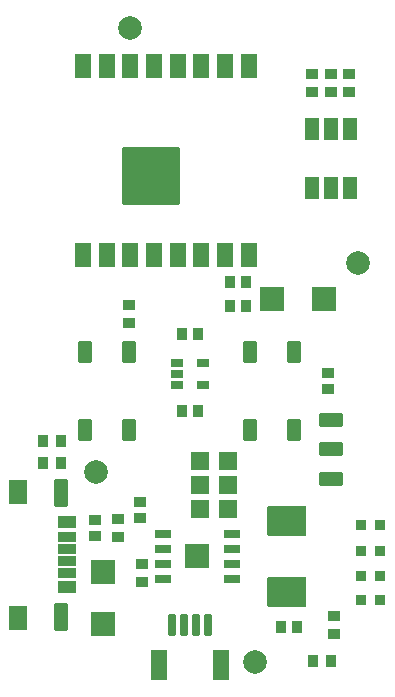
<source format=gts>
G04 Layer: TopSolderMaskLayer*
G04 EasyEDA Pro v2.1.64.d1969c9c.217bcf, 2024-11-09 23:40:01*
G04 Gerber Generator version 0.3*
G04 Scale: 100 percent, Rotated: No, Reflected: No*
G04 Dimensions in millimeters*
G04 Leading zeros omitted, absolute positions, 3 integers and 5 decimals*
%FSLAX35Y35*%
%MOMM*%
%AMRoundRect*1,1,$1,$2,$3*1,1,$1,$4,$5*1,1,$1,0-$2,0-$3*1,1,$1,0-$4,0-$5*20,1,$1,$2,$3,$4,$5,0*20,1,$1,$4,$5,0-$2,0-$3,0*20,1,$1,0-$2,0-$3,0-$4,0-$5,0*20,1,$1,0-$4,0-$5,$2,$3,0*4,1,4,$2,$3,$4,$5,0-$2,0-$3,0-$4,0-$5,$2,$3,0*%
%ADD10RoundRect,0.09138X0.40835X-0.43712X-0.40835X-0.43712*%
%ADD11RoundRect,0.08752X0.50625X0.30625X0.50625X-0.30625*%
%ADD12RoundRect,0.09302X-0.95429X-0.50429X-0.95429X0.50429*%
%ADD13RoundRect,0.08875X0.60642X0.30643X0.60642X-0.30643*%
%ADD14RoundRect,0.09691X-1.00234X-1.00234X-1.00234X1.00234*%
%ADD15RoundRect,0.09138X0.43712X0.40835X0.43712X-0.40835*%
%ADD16RoundRect,0.09131X0.45514X0.40514X0.45514X-0.40514*%
%ADD17RoundRect,0.09138X-0.43712X-0.40835X-0.43712X0.40835*%
%ADD18RoundRect,0.09131X0.40514X-0.45514X-0.40514X-0.45514*%
%ADD19RoundRect,0.09131X-0.40519X-0.40519X-0.40519X0.40519*%
%ADD20RoundRect,0.09763X1.60198X1.20198X1.60198X-1.20198*%
%ADD21C,2.0*%
%ADD22RoundRect,0.09286X-0.60357X1.25357X0.60357X1.25357*%
%ADD23RoundRect,0.08571X-0.25714X0.85714X0.25714X0.85714*%
%ADD24RoundRect,0.09288X0.60357X-1.00357X-0.60357X-1.00357*%
%ADD25RoundRect,0.09288X-0.60357X1.00357X0.60357X1.00357*%
%ADD26RoundRect,0.09802X-2.401X2.401X2.401X2.401*%
%ADD27RoundRect,0.09691X-1.00234X1.00234X1.00234X1.00234*%
%ADD28RoundRect,0.09131X-0.40514X0.45514X0.40514X0.45514*%
%ADD29RoundRect,0.09302X-0.50429X-0.85429X-0.50429X0.85429*%
%ADD30RoundRect,0.09302X0.50429X0.85429X0.50429X-0.85429*%
%ADD31RoundRect,0.09131X-0.45514X-0.40514X-0.45514X0.40514*%
%ADD32RoundRect,0.09368X0.55396X0.85396X0.55396X-0.85396*%
%ADD33RoundRect,0.09691X1.00234X1.00234X1.00234X-1.00234*%
%ADD34RoundRect,0.09499X0.7533X-0.68275X-0.7533X-0.68275*%
%ADD35RoundRect,0.09224X0.75468X0.45468X0.75468X-0.45468*%
%ADD36RoundRect,0.09131X0.75514X0.40514X0.75514X-0.40514*%
%ADD37RoundRect,0.09017X0.75571X0.35571X0.75571X-0.35571*%
%ADD38RoundRect,0.09302X0.50429X1.10429X0.50429X-1.10429*%
%ADD39RoundRect,0.09516X-0.70322X1.00322X0.70322X1.00322*%
G75*


G04 Pad Start*
G54D10*
G01X-741134Y-3497374D03*
G01X-590461Y-3497374D03*
G01X-741134Y-3687874D03*
G01X-590461Y-3687874D03*
G54D11*
G01X392699Y-2930520D03*
G01X392699Y-3025516D03*
G01X392699Y-2835549D03*
G01X612714Y-3025541D03*
G01X612714Y-2835524D03*
G54D12*
G01X1695628Y-3317109D03*
G01X1695628Y-3567121D03*
G01X1695628Y-3817108D03*
G54D13*
G01X275272Y-4284774D03*
G01X275272Y-4411774D03*
G01X275272Y-4538774D03*
G01X275272Y-4665774D03*
G01X856932Y-4665774D03*
G01X856932Y-4538774D03*
G01X856932Y-4411774D03*
G01X856932Y-4284774D03*
G54D14*
G01X566102Y-4475274D03*
G54D15*
G01X-106998Y-4309311D03*
G01X-106998Y-4158638D03*
G54D16*
G01X83502Y-4151577D03*
G01X83502Y-4011572D03*
G54D17*
G01X96202Y-4539638D03*
G01X96202Y-4690311D03*
G54D18*
G01X1270800Y-5072174D03*
G01X1410805Y-5072174D03*
G54D10*
G01X1544091Y-5357809D03*
G01X1694764Y-5357809D03*
G54D19*
G01X1954212Y-4844590D03*
G01X2114232Y-4844082D03*
G01X1954212Y-4641390D03*
G01X2114232Y-4640882D03*
G01X1954212Y-4425490D03*
G01X2114232Y-4424982D03*
G01X1954212Y-4209590D03*
G01X2114232Y-4209082D03*
G54D15*
G01X1721028Y-5128345D03*
G01X1721028Y-4977672D03*
G54D16*
G01X-297498Y-4303977D03*
G01X-297498Y-4163972D03*
G54D20*
G01X1328102Y-4175285D03*
G01X1328102Y-4775284D03*
G54D21*
G01X0Y0D03*
G01X1929651Y-1993900D03*
G01X-288021Y-3759200D03*
G01X1055779Y-5372100D03*
G54D22*
G01X242613Y-5394564D03*
G54D23*
G01X652594Y-5054585D03*
G01X552595Y-5054585D03*
G01X452595Y-5054585D03*
G01X352595Y-5054585D03*
G54D22*
G01X762602Y-5394564D03*
G54D24*
G01X-400596Y-1922473D03*
G01X-200597Y-1922473D03*
G01X-597Y-1922473D03*
G01X199402Y-1922473D03*
G01X399402Y-1922473D03*
G01X599402Y-1922473D03*
G01X799401Y-1922473D03*
G01X999401Y-1922473D03*
G54D25*
G01X999401Y-322476D03*
G01X799401Y-322476D03*
G01X599402Y-322476D03*
G01X399402Y-322476D03*
G01X199402Y-322476D03*
G01X-597Y-322476D03*
G01X-200597Y-322476D03*
G01X-400596Y-322476D03*
G54D26*
G01X174401Y-1257483D03*
G54D27*
G01X1202411Y-2298700D03*
G01X1642389Y-2298700D03*
G54D28*
G01X979005Y-2354374D03*
G01X839000Y-2354374D03*
G01X979005Y-2151174D03*
G01X839000Y-2151174D03*
G54D29*
G01X-381691Y-3401805D03*
G01X-381694Y-2741812D03*
G01X-11651Y-3401805D03*
G01X-11654Y-2741812D03*
G54D30*
G01X1385346Y-2741812D03*
G01X1385349Y-3401805D03*
G01X1015306Y-2741812D03*
G01X1015309Y-3401805D03*
G54D31*
G01X1671002Y-2919372D03*
G01X1671002Y-3059377D03*
G54D32*
G01X1856397Y-859775D03*
G01X1696428Y-859775D03*
G01X1536408Y-859775D03*
G01X1856397Y-1359774D03*
G01X1696428Y-1359774D03*
G01X1536408Y-1359774D03*
G54D33*
G01X-234772Y-4604419D03*
G01X-234772Y-5044398D03*
G54D18*
G01X432600Y-3243374D03*
G01X572605Y-3243374D03*
G54D28*
G01X572605Y-2595674D03*
G01X432600Y-2595674D03*
G54D34*
G01X825792Y-3664717D03*
G01X585813Y-3664717D03*
G01X825792Y-4071117D03*
G01X585813Y-4071117D03*
G01X825792Y-3867917D03*
G01X585813Y-3867917D03*
G54D35*
G01X-536639Y-4187568D03*
G01X-536639Y-4737580D03*
G54D36*
G01X-536639Y-4310581D03*
G01X-536639Y-4614568D03*
G54D37*
G01X-536639Y-4412562D03*
G01X-536639Y-4512587D03*
G54D38*
G01X-589903Y-3935651D03*
G01X-589903Y-4989497D03*
G54D39*
G01X-949897Y-3930571D03*
G01X-949897Y-4994577D03*
G54D17*
G01X1536700Y-394564D03*
G01X1536700Y-545236D03*
G01X1701800Y-394564D03*
G01X1701800Y-545236D03*
G01X1854200Y-394564D03*
G01X1854200Y-545236D03*
G01X-12700Y-2345182D03*
G01X-12700Y-2495855D03*
G04 Pad End*

M02*

</source>
